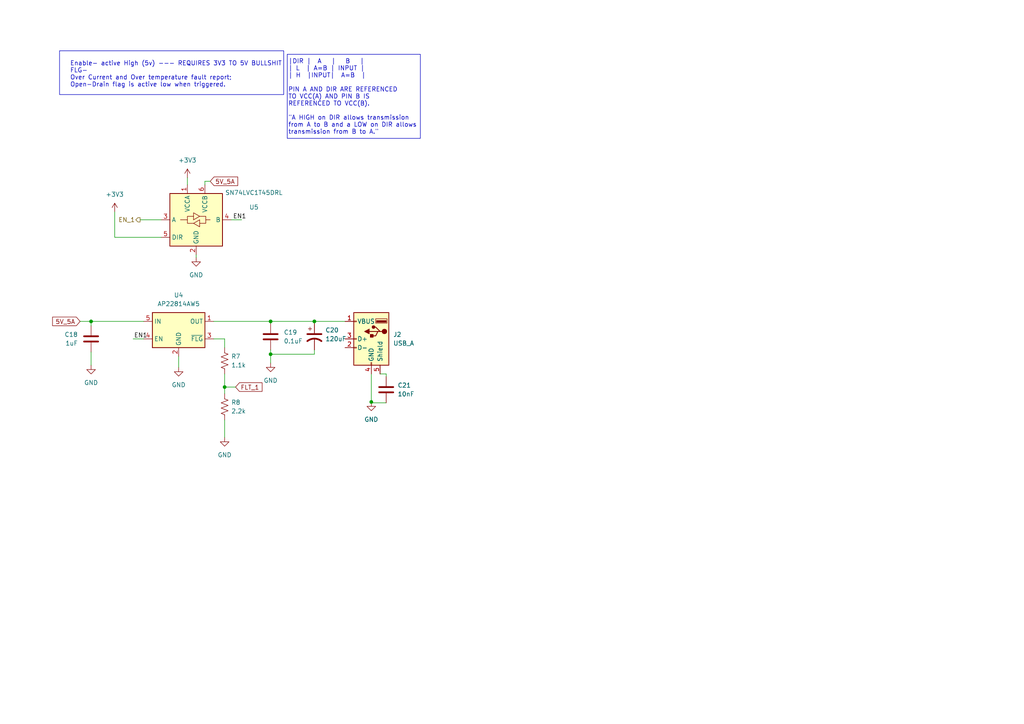
<source format=kicad_sch>
(kicad_sch (version 20230121) (generator eeschema)
  (paper "A4")
  (lib_symbols
    (symbol "Connector:USB_A" (pin_names (offset 1.016))
      (property "Reference" "J" (at -5.08 11.43 0))
      (property "Value" "USB_A" (at -5.08 8.89 0))
      (symbol "USB_A_0_1"
        (rectangle (start -5.08 -7.62) (end 5.08 7.62) (stroke (width 0.254)) (fill (type background)))
        (circle (center -3.81 2.159) (radius 0.635) (stroke (width 0.254)) (fill (type outline)))
        (rectangle (start -1.524 4.826) (end -4.318 5.334) (fill (type outline)))
        (rectangle (start -1.27 4.572) (end -4.572 5.842))
        (circle (center -0.635 3.429) (radius 0.381) (stroke (width 0.254)) (fill (type outline)))
        (rectangle (start -0.127 -7.62) (end 0.127 -6.858))
        (polyline (pts (xy -3.175 2.159) (xy -2.54 2.159) (xy -1.27 3.429) (xy -0.635 3.429)) (stroke (width 0.254)))
        (polyline (pts (xy -2.54 2.159) (xy -1.905 2.159) (xy -1.27 0.889) (xy 0 0.889)) (stroke (width 0.254)))
        (polyline (pts (xy 0.635 2.794) (xy 0.635 1.524) (xy 1.905 2.159) (xy 0.635 2.794)) (stroke (width 0.254)) (fill (type outline)))
        (rectangle (start 0.254 1.27) (end -0.508 0.508) (stroke (width 0.254)) (fill (type outline)))
        (rectangle (start 5.08 -2.667) (end 4.318 -2.413))
        (rectangle (start 5.08 -0.127) (end 4.318 0.127))
        (rectangle (start 5.08 4.953) (end 4.318 5.207))
      )
      (symbol "USB_A_1_1"
        (polyline (pts (xy -1.905 2.159) (xy 0.635 2.159)) (stroke (width 0.254)))
        (pin power_in line (at 7.62 5.08 180) (length 2.54) (name "VBUS") (number "1"))
        (pin bidirectional line (at 7.62 -2.54 180) (length 2.54) (name "D-") (number "2"))
        (pin bidirectional line (at 7.62 0 180) (length 2.54) (name "D+") (number "3"))
        (pin power_in line (at 0 -10.16 90) (length 2.54) (name "GND") (number "4"))
        (pin passive line (at -2.54 -10.16 90) (length 2.54) (name "Shield") (number "5"))
      )
    )
    (symbol "Device:C" (pin_numbers hide) (pin_names (offset 0.254))
      (property "Reference" "C" (at 0.635 2.54 0))
      (property "Value" "C" (at 0.635 -2.54 0))
      (symbol "C_0_1"
        (polyline (pts (xy -2.032 -0.762) (xy 2.032 -0.762)) (stroke (width 0.508)))
        (polyline (pts (xy -2.032 0.762) (xy 2.032 0.762)) (stroke (width 0.508)))
      )
      (symbol "C_1_1"
        (pin passive line (at 0 3.81 270) (length 2.794) (name "~") (number "1"))
        (pin passive line (at 0 -3.81 90) (length 2.794) (name "~") (number "2"))
      )
    )
    (symbol "Device:C_Polarized_US" (pin_numbers hide) (pin_names (offset 0.254) hide)
      (property "Reference" "C" (at 0.635 2.54 0))
      (property "Value" "C_Polarized_US" (at 0.635 -2.54 0))
      (symbol "C_Polarized_US_0_1"
        (polyline (pts (xy -2.032 0.762) (xy 2.032 0.762)) (stroke (width 0.508)))
        (polyline (pts (xy -1.778 2.286) (xy -0.762 2.286)))
        (polyline (pts (xy -1.27 1.778) (xy -1.27 2.794)))
        (arc (start 2.032 -1.27) (mid 0 -0.5572) (end -2.032 -1.27) (stroke (width 0.508)))
      )
      (symbol "C_Polarized_US_1_1"
        (pin passive line (at 0 3.81 270) (length 2.794) (name "~") (number "1"))
        (pin passive line (at 0 -3.81 90) (length 3.302) (name "~") (number "2"))
      )
    )
    (symbol "Device:R_US" (pin_numbers hide) (pin_names (offset 0))
      (property "Reference" "R" (at 2.54 0 90))
      (property "Value" "R_US" (at -2.54 0 90))
      (symbol "R_US_0_1"
        (polyline (pts (xy 0 -2.286) (xy 0 -2.54)))
        (polyline (pts (xy 0 2.286) (xy 0 2.54)))
        (polyline (pts (xy 0 -0.762) (xy 1.016 -1.143) (xy 0 -1.524) (xy -1.016 -1.905) (xy 0 -2.286)))
        (polyline (pts (xy 0 0.762) (xy 1.016 0.381) (xy 0 0) (xy -1.016 -0.381) (xy 0 -0.762)))
        (polyline (pts (xy 0 2.286) (xy 1.016 1.905) (xy 0 1.524) (xy -1.016 1.143) (xy 0 0.762)))
      )
      (symbol "R_US_1_1"
        (pin passive line (at 0 3.81 270) (length 1.27) (name "~") (number "1"))
        (pin passive line (at 0 -3.81 90) (length 1.27) (name "~") (number "2"))
      )
    )
    (symbol "Logic_LevelTranslator:SN74LVC1T45DRL"
      (property "Reference" "U" (at -6.35 8.89 0))
      (property "Value" "SN74LVC1T45DRL" (at 3.81 8.89 0))
      (symbol "SN74LVC1T45DRL_0_1"
        (rectangle (start -7.62 7.62) (end 7.62 -7.62) (stroke (width 0.254)) (fill (type background)))
        (polyline (pts (xy -2.54 0) (xy -2.54 1.016) (xy -0.762 1.016)))
        (polyline (pts (xy 2.794 0) (xy 2.794 -1.016) (xy 1.016 -1.016)))
        (polyline (pts (xy -0.762 -1.016) (xy -2.54 -1.016) (xy -2.54 0) (xy -4.572 0)))
        (polyline (pts (xy -0.762 0) (xy -0.762 2.032) (xy 1.016 1.016) (xy -0.762 0)))
        (polyline (pts (xy 1.016 1.016) (xy 2.794 1.016) (xy 2.794 0) (xy 4.064 0)))
        (polyline (pts (xy 1.016 0) (xy 1.016 -1.778) (xy 1.016 -2.032) (xy -0.762 -1.016) (xy 1.016 0)))
      )
      (symbol "SN74LVC1T45DRL_1_1"
        (pin power_in line (at -2.54 10.16 270) (length 2.54) (name "VCCA") (number "1"))
        (pin power_in line (at 0 -10.16 90) (length 2.54) (name "GND") (number "2"))
        (pin bidirectional line (at -10.16 0 0) (length 2.54) (name "A") (number "3"))
        (pin bidirectional line (at 10.16 0 180) (length 2.54) (name "B") (number "4"))
        (pin input line (at -10.16 -5.08 0) (length 2.54) (name "DIR") (number "5"))
        (pin power_in line (at 2.54 10.16 270) (length 2.54) (name "VCCB") (number "6"))
      )
    )
    (symbol "Power_Management:AP22814AW5"
      (property "Reference" "U" (at -7.62 -6.35 0))
      (property "Value" "AP22814AW5" (at -7.62 6.35 0))
      (symbol "AP22814AW5_0_1"
        (rectangle (start -7.62 5.08) (end 7.62 -5.08) (stroke (width 0.254)) (fill (type background)))
      )
      (symbol "AP22814AW5_1_1"
        (pin power_out line (at 10.16 2.54 180) (length 2.54) (name "OUT") (number "1"))
        (pin power_in line (at 0 -7.62 90) (length 2.54) (name "GND") (number "2"))
        (pin open_collector line (at 10.16 -2.54 180) (length 2.54) (name "~{FLG}") (number "3"))
        (pin input line (at -10.16 -2.54 0) (length 2.54) (name "EN") (number "4"))
        (pin power_in line (at -10.16 2.54 0) (length 2.54) (name "IN") (number "5"))
      )
    )
    (symbol "power:+3V3" (power) (pin_names (offset 0))
      (property "Value" "+3V3" (at 0 3.556 0))
      (symbol "+3V3_0_1"
        (polyline (pts (xy -0.762 1.27) (xy 0 2.54)))
        (polyline (pts (xy 0 0) (xy 0 2.54)))
        (polyline (pts (xy 0 2.54) (xy 0.762 1.27)))
      )
      (symbol "+3V3_1_1"
        (pin power_in line (at 0 0 90) (length 0) hide (name "+3V3") (number "1"))
      )
    )
    (symbol "power:GND" (power) (pin_names (offset 0))
      (property "Value" "GND" (at 0 -3.81 0))
      (symbol "GND_0_1"
        (polyline (pts (xy 0 0) (xy 0 -1.27) (xy 1.27 -1.27) (xy 0 -2.54) (xy -1.27 -1.27) (xy 0 -1.27)))
      )
      (symbol "GND_1_1"
        (pin power_in line (at 0 0 270) (length 0) hide (name "GND") (number "1"))
      )
    )
  )
  (junction (at 65.151 112.268))
  (junction (at 78.486 93.218))
  (junction (at 107.696 116.586))
  (junction (at 91.186 93.218))
  (junction (at 78.486 102.743))
  (junction (at 26.416 93.218))
  (wire (pts (xy 78.486 93.218) (xy 78.486 93.853)))
  (wire (pts (xy 110.236 108.458) (xy 112.014 108.458)))
  (wire (pts (xy 33.274 61.468) (xy 33.274 68.834)))
  (wire (pts (xy 65.151 112.268) (xy 65.151 114.173)))
  (wire (pts (xy 26.416 93.218) (xy 26.416 94.488)))
  (wire (pts (xy 59.436 53.594) (xy 59.436 52.578)))
  (wire (pts (xy 78.486 101.473) (xy 78.486 102.743)))
  (wire (pts (xy 65.151 98.298) (xy 65.151 100.838)))
  (wire (pts (xy 46.736 68.834) (xy 33.274 68.834)))
  (wire (pts (xy 23.241 93.218) (xy 26.416 93.218)))
  (wire (pts (xy 38.608 98.298) (xy 41.656 98.298)))
  (wire (pts (xy 61.976 93.218) (xy 78.486 93.218)))
  (wire (pts (xy 61.976 98.298) (xy 65.151 98.298)))
  (wire (pts (xy 56.896 73.914) (xy 56.896 74.676)))
  (wire (pts (xy 40.64 63.754) (xy 46.736 63.754)))
  (wire (pts (xy 65.151 112.268) (xy 68.326 112.268)))
  (wire (pts (xy 51.816 103.378) (xy 51.816 106.553)))
  (wire (pts (xy 59.436 52.578) (xy 60.96 52.578)))
  (wire (pts (xy 67.056 63.754) (xy 70.104 63.754)))
  (wire (pts (xy 65.151 121.793) (xy 65.151 126.873)))
  (wire (pts (xy 54.356 51.562) (xy 54.356 53.594)))
  (wire (pts (xy 26.416 93.218) (xy 41.656 93.218)))
  (wire (pts (xy 91.186 93.218) (xy 100.076 93.218)))
  (wire (pts (xy 107.696 108.458) (xy 107.696 116.586)))
  (wire (pts (xy 78.486 93.218) (xy 91.186 93.218)))
  (wire (pts (xy 91.186 101.473) (xy 91.186 102.743)))
  (wire (pts (xy 91.186 93.853) (xy 91.186 93.218)))
  (wire (pts (xy 112.014 116.84) (xy 107.696 116.84)))
  (wire (pts (xy 112.014 108.458) (xy 112.014 109.22)))
  (wire (pts (xy 65.151 108.458) (xy 65.151 112.268)))
  (wire (pts (xy 78.486 102.743) (xy 78.486 105.283)))
  (wire (pts (xy 26.416 102.108) (xy 26.416 105.918)))
  (wire (pts (xy 107.696 116.84) (xy 107.696 116.586)))
  (wire (pts (xy 78.486 102.743) (xy 91.186 102.743)))
  (rectangle (start 83.312 15.748) (end 121.92 40.132))
  (rectangle (start 17.272 14.732) (end 82.296 27.432))
  (text "|DIR |  A   |   B   |\n| L  | A=B | INPUT |\n| H  |INPUT|  A=B  |\n\nPIN A AND DIR ARE REFERENCED\nTO VCC(A) AND PIN B IS \nREFERENCED TO VCC(B).\n\n\"A HIGH on DIR allows transmission\nfrom A to B and a LOW on DIR allows \ntransmission from B to A.\"" (at 83.566 39.116 0) (effects (font (size 1.27 1.27)) (justify left bottom)))
  (text "Enable- active High (5v) --- REQUIRES 3V3 TO 5V BULLSHIT\nFLG- \nOver Current and Over temperature fault report;\nOpen-Drain flag is active low when triggered." (at 20.32 25.4 0) (effects (font (size 1.27 1.27)) (justify left bottom)))
  (label "EN1" (at 38.862 98.298 0))
  (label "EN1" (at 67.564 63.754 0))
  (global_label "5V_5A" (shape input) (at 23.241 93.218 180) (property "Intersheetrefs" "${INTERSHEET_REFS}" (effects hide)))
  (global_label "5V_5A" (shape input) (at 60.96 52.578 0) (property "Intersheetrefs" "${INTERSHEET_REFS}" (effects hide)))
  (global_label "FLT_1" (shape input) (at 68.326 112.268 0) (property "Intersheetrefs" "${INTERSHEET_REFS}" (effects hide)))
  (hierarchical_label "EN_1" (shape output) (at 40.64 63.754 180))
  (symbol (lib_id "power:+3V3") (at 54.356 51.562 0) (unit 1)
    (property "Reference" "#PWR019" (effects hide))
    (property "Value" "+3V3" (at 54.356 46.482 0))
  )
  (symbol (lib_id "Power_Management:AP22814AW5") (at 51.816 95.758 0) (unit 1)
    (property "Reference" "U4" (at 51.816 85.598 0))
    (property "Value" "AP22814AW5" (at 51.816 88.138 0))
    (property "Footprint" "Package_TO_SOT_SMD:SOT-23-5" (effects hide))
    (property "Datasheet" "https://www.diodes.com/assets/Datasheets/AP22804_14.pdf" (effects hide))
  )
  (symbol (lib_id "power:GND") (at 56.896 74.676 0) (unit 1)
    (property "Reference" "#PWR020" (effects hide))
    (property "Value" "GND" (at 56.896 79.756 0))
  )
  (symbol (lib_id "Connector:USB_A") (at 107.696 98.298 0) (mirror y) (unit 1)
    (property "Reference" "J2" (at 114.046 97.028 0) (effects (justify right)))
    (property "Value" "USB_A" (at 114.046 99.568 0) (effects (justify right)))
    (property "Footprint" "Connector_USB:USB_A_Molex_67643_Horizontal" (effects hide))
    (property "Datasheet" " ~" (effects hide))
  )
  (symbol (lib_id "Device:R_US") (at 65.151 104.648 0) (unit 1)
    (property "Reference" "R7" (at 67.056 103.378 0) (effects (justify left)))
    (property "Value" "1.1k" (at 67.056 105.918 0) (effects (justify left)))
    (property "Footprint" "Resistor_SMD:R_0603_1608Metric" (effects hide))
  )
  (symbol (lib_id "Device:R_US") (at 65.151 117.983 0) (unit 1)
    (property "Reference" "R8" (at 67.056 116.713 0) (effects (justify left)))
    (property "Value" "2.2k" (at 67.056 119.253 0) (effects (justify left)))
    (property "Footprint" "Resistor_SMD:R_0603_1608Metric" (effects hide))
  )
  (symbol (lib_id "power:GND") (at 107.696 116.586 0) (unit 1)
    (property "Reference" "#PWR021" (effects hide))
    (property "Value" "GND" (at 107.696 121.666 0))
  )
  (symbol (lib_id "power:GND") (at 65.151 126.873 0) (unit 1)
    (property "Reference" "#PWR018" (effects hide))
    (property "Value" "GND" (at 65.151 131.953 0))
  )
  (symbol (lib_id "Device:C_Polarized_US") (at 91.186 97.663 0) (unit 1)
    (property "Reference" "C20" (at 94.361 95.758 0) (effects (justify left)))
    (property "Value" "120uF" (at 94.361 98.298 0) (effects (justify left)))
    (property "Footprint" "Capacitor_SMD:CP_Elec_5x5.9" (effects hide))
    (property "Datasheet" "https://api.pim.na.industrial.panasonic.com/file_stream/main/fileversion/3101" (effects hide))
    (property "PN" "EEE-FK1A121SR" (effects hide))
  )
  (symbol (lib_id "Device:C") (at 78.486 97.663 0) (unit 1)
    (property "Reference" "C19" (at 82.296 96.393 0) (effects (justify left)))
    (property "Value" "0.1uF" (at 82.296 98.933 0) (effects (justify left)))
    (property "Footprint" "Capacitor_SMD:C_0603_1608Metric" (effects hide))
  )
  (symbol (lib_id "power:+3V3") (at 33.274 61.468 0) (unit 1)
    (property "Reference" "#PWR022" (effects hide))
    (property "Value" "+3V3" (at 33.274 56.388 0))
  )
  (symbol (lib_id "power:GND") (at 51.816 106.553 0) (unit 1)
    (property "Reference" "#PWR016" (effects hide))
    (property "Value" "GND" (at 51.816 111.633 0))
  )
  (symbol (lib_id "Device:C") (at 112.014 113.03 0) (unit 1)
    (property "Reference" "C21" (at 115.316 111.76 0) (effects (justify left)))
    (property "Value" "10nF" (at 115.316 114.3 0) (effects (justify left)))
    (property "Footprint" "Capacitor_SMD:C_0603_1608Metric" (effects hide))
  )
  (symbol (lib_id "power:GND") (at 26.416 105.918 0) (unit 1)
    (property "Reference" "#PWR015" (effects hide))
    (property "Value" "GND" (at 26.416 110.998 0))
  )
  (symbol (lib_id "Device:C") (at 26.416 98.298 0) (mirror y) (unit 1)
    (property "Reference" "C18" (at 22.606 97.028 0) (effects (justify left)))
    (property "Value" "1uF" (at 22.606 99.568 0) (effects (justify left)))
    (property "Footprint" "Capacitor_SMD:C_0603_1608Metric" (effects hide))
  )
  (symbol (lib_id "Logic_LevelTranslator:SN74LVC1T45DRL") (at 56.896 63.754 0) (unit 1)
    (property "Reference" "U5" (at 73.66 60.1061 0))
    (property "Value" "SN74LVC1T45DRL" (at 73.66 55.88 0))
    (property "Footprint" "Package_TO_SOT_SMD:SOT-563" (effects hide))
    (property "Datasheet" "http://www.ti.com/lit/ds/symlink/sn74lvc1t45.pdf" (effects hide))
  )
  (symbol (lib_id "power:GND") (at 78.486 105.283 0) (unit 1)
    (property "Reference" "#PWR017" (effects hide))
    (property "Value" "GND" (at 78.486 110.363 0))
  )
)
</source>
